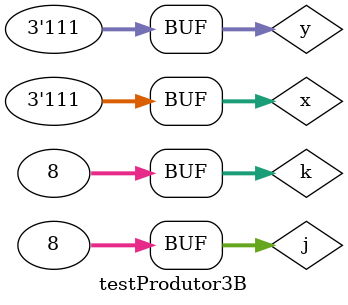
<source format=v>


//--------- meua soma

module MS (Soma, Cout, x, y);

output Cout, Soma;
input x, y;

xor XOR1 (Soma, x, y);
and AND1 (Cout, x, y);

endmodule // MS

//------soma completa

module SC (Soma1, Cout1, x1, y1, Cin);

output Cout1, Soma1;
input x1, y1, Cin;
wire t1, t2, t3;

MS MS1 (t2, t1, x1, y1);
MS MS2 (Soma1, t3, Cin, t2);
or Or1 (Cout1, t3, t1);

endmodule // SC


module Produtor3B (p, vout, a, b);

output vout; 
output [4:0]p;
input [2:0]a;
input [2:0]b; 
wire v[0:4], t[0:9];

and AND1 (p[0], a[0], b[0]);
and AND2 (t[0], a[1], b[0]);
and AND3 (t[1], a[0], b[1]);
MS MS1 (p[1], v[0], t[0], t[1]);
and AND4 (t[2], a[2], b[0]);
and AND5 (t[3], a[1], b[1]);
and AND6 (t[4], a[0], b[2]);
SC SC1 (t[5], v[1], v[0], t[2], t[3]);
MS MS2 (p[2], v[2], t[5], t[4]);
and AND7 (t[6], a[2], b[1]);
and AND8 (t[7], a[1], b[2]);
SC SC2 (t[8], v[3], v[2], v[1], t[6]);
MS MS3 (p[3], v[4], t[8], t[7]);
and AND9 (t[9], a[2], b[2]);
SC SC3 (p[4], vout, v[4], v[3], t[9]);

endmodule // Produtor3B

// --------------------------------
// -- test Produtor de 3 bits
// --------------------------------

module testProdutor3B;

reg [2:0]x;
reg [2:0]y;
wire [4:0]p;
wire cout;
integer j, k, linha;

// instancia 
Produtor3B Produtor3B1 (p, cout, x, y);

// parte principal

initial begin

x = 0;
y = 0;
j = 0;
end

 initial begin
      $display("\nguia05_03 - Ludmily Caldeira da Silva - 417290\n");
      $display("Test Produtor de 3 bits\n");
      $display("\n        a      b      Vout   Produto\n");
		
      $monitor("       %3b    %3b     %b     %5b" , x, y, cout, p);
		
		for (j = 0; j < 8; j = j + 1) begin
					
			#1 x = j; 
								
				for (k = 0; k < 8; k = k + 1) begin
		
					#1 y = k;
					
			   end
		
	   end
				
  end
 
endmodule // testProdutor3B 

/* Resultados obtidos

       
     ----jGRASP exec: vvp guia05-03.vvp
    
    
    guia05_03 - Ludmily Caldeira da Silva - 417290
    
    Test Produtor de 3 bits
    
    
            a      b      Vout   Produto
    
           000    000     0     00000
           000    001     0     00000
           000    010     0     00000
           000    011     0     00000
           000    100     0     00000
           000    101     0     00000
           000    110     0     00000
           000    111     0     00000
           001    111     0     00111
           001    000     0     00000
           001    001     0     00001
           001    010     0     00010
           001    011     0     00011
           001    100     0     00100
           001    101     0     00101
           001    110     0     00110
           001    111     0     00111
           010    111     0     01110
           010    000     0     00000
           010    001     0     00010
           010    010     0     00100
           010    011     0     00110
           010    100     0     01000
           010    101     0     01010
           010    110     0     01100
           010    111     0     01110
           011    111     0     10101
           011    000     0     00000
           011    001     0     00011
           011    010     0     00110
           011    011     0     01001
           011    100     0     01100
           011    101     0     01111
           011    110     0     10010
           011    111     0     10101
           100    111     0     11100
           100    000     0     00000
           100    001     0     00100
           100    010     0     01000
           100    011     0     01100
           100    100     0     10000
           100    101     0     10100
           100    110     0     11000
           100    111     0     11100
           101    111     1     00011
           101    000     0     00000
           101    001     0     00101
           101    010     0     01010
           101    011     0     01111
           101    100     0     10100
           101    101     0     11001
           101    110     0     11110
           101    111     1     00011
           110    111     1     01010
           110    000     0     00000
           110    001     0     00110
           110    010     0     01100
           110    011     0     10010
           110    100     0     11000
           110    101     0     11110
           110    110     1     00100
           110    111     1     01010
           111    111     1     10001
           111    000     0     00000
           111    001     0     00111
           111    010     0     01110
           111    011     0     10101
           111    100     0     11100
           111    101     1     00011
           111    110     1     01010
           111    111     1     10001
    
     ----jGRASP: operation complete.
    
    
*/  
</source>
